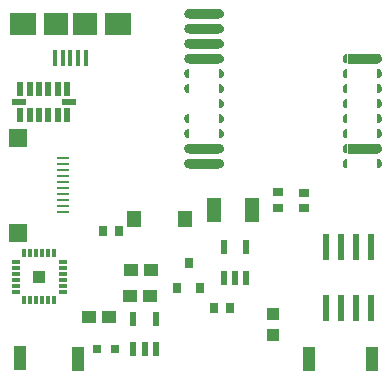
<source format=gtp>
G04 MADE WITH FRITZING*
G04 WWW.FRITZING.ORG*
G04 DOUBLE SIDED*
G04 HOLES PLATED*
G04 CONTOUR ON CENTER OF CONTOUR VECTOR*
%ASAXBY*%
%FSLAX23Y23*%
%MOIN*%
%OFA0B0*%
%SFA1.0B1.0*%
%ADD10R,0.031496X0.035433*%
%ADD11R,0.047244X0.078740*%
%ADD12R,0.050000X0.057874*%
%ADD13R,0.047244X0.043307*%
%ADD14R,0.031496X0.031496*%
%ADD15R,0.021654X0.047244*%
%ADD16R,0.027559X0.035433*%
%ADD17R,0.019685X0.047244*%
%ADD18R,0.047244X0.019685*%
%ADD19R,0.011811X0.031496*%
%ADD20R,0.031496X0.011811*%
%ADD21R,0.039370X0.039370*%
%ADD22R,0.024000X0.087000*%
%ADD23R,0.035433X0.027559*%
%ADD24R,0.039370X0.078740*%
%ADD25R,0.015748X0.055118*%
%ADD26R,0.078740X0.074803*%
%ADD27R,0.086614X0.074803*%
%ADD28R,0.039370X0.009843*%
%ADD29R,0.059055X0.059055*%
%ADD30R,0.100000X0.032000*%
%ADD31R,0.039370X0.043307*%
%ADD32R,0.001000X0.001000*%
%LNPASTEMASK1*%
G90*
G70*
G54D10*
X567Y291D03*
X641Y291D03*
X604Y374D03*
G54D11*
X689Y549D03*
X815Y549D03*
G54D12*
X423Y519D03*
X593Y519D03*
G54D13*
X409Y264D03*
X476Y264D03*
X338Y195D03*
X271Y195D03*
G54D14*
X359Y86D03*
X300Y86D03*
G54D13*
X478Y351D03*
X412Y351D03*
G54D15*
X420Y86D03*
X458Y86D03*
X495Y86D03*
X495Y188D03*
X420Y188D03*
G54D16*
X690Y222D03*
X741Y222D03*
G54D17*
X43Y952D03*
X74Y952D03*
X106Y952D03*
X137Y952D03*
X169Y952D03*
X200Y952D03*
G54D18*
X204Y909D03*
G54D17*
X200Y866D03*
X169Y866D03*
X137Y866D03*
X106Y866D03*
X74Y866D03*
X43Y866D03*
G54D18*
X39Y909D03*
G54D19*
X156Y406D03*
X136Y406D03*
X117Y406D03*
X97Y406D03*
X77Y406D03*
X57Y406D03*
G54D20*
X28Y377D03*
X28Y357D03*
X28Y337D03*
X28Y318D03*
X28Y298D03*
X28Y278D03*
G54D19*
X57Y249D03*
X77Y249D03*
X97Y249D03*
X117Y249D03*
X136Y249D03*
X156Y249D03*
G54D20*
X185Y278D03*
X185Y298D03*
X185Y318D03*
X185Y337D03*
X185Y357D03*
X185Y377D03*
G54D21*
X107Y327D03*
G54D22*
X1061Y222D03*
X1111Y222D03*
X1161Y222D03*
X1211Y222D03*
X1211Y428D03*
X1161Y428D03*
X1111Y428D03*
X1061Y428D03*
G54D16*
X320Y481D03*
X371Y481D03*
G54D23*
X989Y556D03*
X989Y607D03*
G54D24*
X237Y55D03*
X43Y57D03*
X1214Y55D03*
X1005Y53D03*
G54D25*
X210Y1058D03*
X236Y1058D03*
X261Y1058D03*
X185Y1058D03*
X159Y1058D03*
G54D26*
X259Y1170D03*
X161Y1170D03*
G54D27*
X368Y1170D03*
X53Y1170D03*
G54D23*
X901Y558D03*
X901Y609D03*
G54D28*
X187Y722D03*
X187Y702D03*
X187Y682D03*
X187Y662D03*
X187Y643D03*
X187Y623D03*
X187Y603D03*
X187Y584D03*
X187Y564D03*
X187Y544D03*
G54D29*
X36Y790D03*
X36Y475D03*
G54D30*
X1184Y753D03*
X1184Y1053D03*
X656Y1203D03*
X656Y1153D03*
X656Y1103D03*
X656Y1053D03*
X656Y753D03*
X656Y703D03*
G54D15*
X721Y325D03*
X758Y325D03*
X796Y325D03*
X796Y428D03*
X721Y428D03*
G54D31*
X884Y202D03*
X884Y135D03*
G54D32*
X601Y1219D02*
X605Y1219D01*
X706Y1219D02*
X710Y1219D01*
X599Y1218D02*
X605Y1218D01*
X706Y1218D02*
X712Y1218D01*
X597Y1217D02*
X605Y1217D01*
X706Y1217D02*
X714Y1217D01*
X596Y1216D02*
X605Y1216D01*
X706Y1216D02*
X715Y1216D01*
X595Y1215D02*
X605Y1215D01*
X706Y1215D02*
X716Y1215D01*
X594Y1214D02*
X605Y1214D01*
X706Y1214D02*
X717Y1214D01*
X593Y1213D02*
X605Y1213D01*
X706Y1213D02*
X718Y1213D01*
X592Y1212D02*
X605Y1212D01*
X706Y1212D02*
X719Y1212D01*
X592Y1211D02*
X605Y1211D01*
X706Y1211D02*
X719Y1211D01*
X591Y1210D02*
X605Y1210D01*
X706Y1210D02*
X720Y1210D01*
X591Y1209D02*
X605Y1209D01*
X706Y1209D02*
X720Y1209D01*
X591Y1208D02*
X605Y1208D01*
X706Y1208D02*
X720Y1208D01*
X590Y1207D02*
X605Y1207D01*
X706Y1207D02*
X720Y1207D01*
X590Y1206D02*
X605Y1206D01*
X706Y1206D02*
X721Y1206D01*
X590Y1205D02*
X605Y1205D01*
X706Y1205D02*
X721Y1205D01*
X590Y1204D02*
X605Y1204D01*
X706Y1204D02*
X721Y1204D01*
X590Y1203D02*
X605Y1203D01*
X706Y1203D02*
X721Y1203D01*
X590Y1202D02*
X605Y1202D01*
X706Y1202D02*
X721Y1202D01*
X590Y1201D02*
X605Y1201D01*
X706Y1201D02*
X721Y1201D01*
X590Y1200D02*
X605Y1200D01*
X706Y1200D02*
X720Y1200D01*
X591Y1199D02*
X605Y1199D01*
X706Y1199D02*
X720Y1199D01*
X591Y1198D02*
X605Y1198D01*
X706Y1198D02*
X720Y1198D01*
X592Y1197D02*
X605Y1197D01*
X706Y1197D02*
X719Y1197D01*
X592Y1196D02*
X605Y1196D01*
X706Y1196D02*
X719Y1196D01*
X593Y1195D02*
X605Y1195D01*
X706Y1195D02*
X718Y1195D01*
X593Y1194D02*
X605Y1194D01*
X706Y1194D02*
X717Y1194D01*
X594Y1193D02*
X605Y1193D01*
X706Y1193D02*
X717Y1193D01*
X595Y1192D02*
X605Y1192D01*
X706Y1192D02*
X715Y1192D01*
X596Y1191D02*
X605Y1191D01*
X706Y1191D02*
X714Y1191D01*
X598Y1190D02*
X605Y1190D01*
X706Y1190D02*
X713Y1190D01*
X600Y1189D02*
X605Y1189D01*
X706Y1189D02*
X711Y1189D01*
X605Y1188D02*
X605Y1188D01*
X706Y1188D02*
X706Y1188D01*
X601Y1169D02*
X605Y1169D01*
X706Y1169D02*
X710Y1169D01*
X599Y1168D02*
X605Y1168D01*
X706Y1168D02*
X712Y1168D01*
X597Y1167D02*
X605Y1167D01*
X706Y1167D02*
X714Y1167D01*
X596Y1166D02*
X605Y1166D01*
X706Y1166D02*
X715Y1166D01*
X594Y1165D02*
X605Y1165D01*
X706Y1165D02*
X716Y1165D01*
X594Y1164D02*
X605Y1164D01*
X706Y1164D02*
X717Y1164D01*
X593Y1163D02*
X605Y1163D01*
X706Y1163D02*
X718Y1163D01*
X592Y1162D02*
X605Y1162D01*
X706Y1162D02*
X719Y1162D01*
X592Y1161D02*
X605Y1161D01*
X706Y1161D02*
X719Y1161D01*
X591Y1160D02*
X605Y1160D01*
X706Y1160D02*
X720Y1160D01*
X591Y1159D02*
X605Y1159D01*
X706Y1159D02*
X720Y1159D01*
X591Y1158D02*
X605Y1158D01*
X706Y1158D02*
X720Y1158D01*
X590Y1157D02*
X605Y1157D01*
X706Y1157D02*
X720Y1157D01*
X590Y1156D02*
X605Y1156D01*
X706Y1156D02*
X721Y1156D01*
X590Y1155D02*
X605Y1155D01*
X706Y1155D02*
X721Y1155D01*
X590Y1154D02*
X605Y1154D01*
X706Y1154D02*
X721Y1154D01*
X590Y1153D02*
X605Y1153D01*
X706Y1153D02*
X721Y1153D01*
X590Y1152D02*
X605Y1152D01*
X706Y1152D02*
X721Y1152D01*
X590Y1151D02*
X605Y1151D01*
X706Y1151D02*
X721Y1151D01*
X590Y1150D02*
X605Y1150D01*
X706Y1150D02*
X720Y1150D01*
X591Y1149D02*
X605Y1149D01*
X706Y1149D02*
X720Y1149D01*
X591Y1148D02*
X605Y1148D01*
X706Y1148D02*
X720Y1148D01*
X592Y1147D02*
X605Y1147D01*
X706Y1147D02*
X719Y1147D01*
X592Y1146D02*
X605Y1146D01*
X706Y1146D02*
X719Y1146D01*
X593Y1145D02*
X605Y1145D01*
X706Y1145D02*
X718Y1145D01*
X593Y1144D02*
X605Y1144D01*
X706Y1144D02*
X717Y1144D01*
X594Y1143D02*
X605Y1143D01*
X706Y1143D02*
X716Y1143D01*
X595Y1142D02*
X605Y1142D01*
X706Y1142D02*
X715Y1142D01*
X597Y1141D02*
X605Y1141D01*
X706Y1141D02*
X714Y1141D01*
X598Y1140D02*
X605Y1140D01*
X706Y1140D02*
X713Y1140D01*
X600Y1139D02*
X605Y1139D01*
X706Y1139D02*
X711Y1139D01*
X605Y1138D02*
X605Y1138D01*
X706Y1138D02*
X706Y1138D01*
X601Y1119D02*
X605Y1119D01*
X706Y1119D02*
X710Y1119D01*
X598Y1118D02*
X605Y1118D01*
X706Y1118D02*
X712Y1118D01*
X597Y1117D02*
X605Y1117D01*
X706Y1117D02*
X714Y1117D01*
X596Y1116D02*
X605Y1116D01*
X706Y1116D02*
X715Y1116D01*
X594Y1115D02*
X605Y1115D01*
X706Y1115D02*
X716Y1115D01*
X594Y1114D02*
X605Y1114D01*
X706Y1114D02*
X717Y1114D01*
X593Y1113D02*
X605Y1113D01*
X706Y1113D02*
X718Y1113D01*
X592Y1112D02*
X605Y1112D01*
X706Y1112D02*
X719Y1112D01*
X592Y1111D02*
X605Y1111D01*
X706Y1111D02*
X719Y1111D01*
X591Y1110D02*
X605Y1110D01*
X706Y1110D02*
X720Y1110D01*
X591Y1109D02*
X605Y1109D01*
X706Y1109D02*
X720Y1109D01*
X591Y1108D02*
X605Y1108D01*
X706Y1108D02*
X720Y1108D01*
X590Y1107D02*
X605Y1107D01*
X706Y1107D02*
X720Y1107D01*
X590Y1106D02*
X605Y1106D01*
X706Y1106D02*
X721Y1106D01*
X590Y1105D02*
X605Y1105D01*
X706Y1105D02*
X721Y1105D01*
X590Y1104D02*
X605Y1104D01*
X706Y1104D02*
X721Y1104D01*
X590Y1103D02*
X605Y1103D01*
X706Y1103D02*
X721Y1103D01*
X590Y1102D02*
X605Y1102D01*
X706Y1102D02*
X721Y1102D01*
X590Y1101D02*
X605Y1101D01*
X706Y1101D02*
X721Y1101D01*
X590Y1100D02*
X605Y1100D01*
X706Y1100D02*
X720Y1100D01*
X591Y1099D02*
X605Y1099D01*
X706Y1099D02*
X720Y1099D01*
X591Y1098D02*
X605Y1098D01*
X706Y1098D02*
X720Y1098D01*
X592Y1097D02*
X605Y1097D01*
X706Y1097D02*
X719Y1097D01*
X592Y1096D02*
X605Y1096D01*
X706Y1096D02*
X719Y1096D01*
X593Y1095D02*
X605Y1095D01*
X706Y1095D02*
X718Y1095D01*
X593Y1094D02*
X605Y1094D01*
X706Y1094D02*
X717Y1094D01*
X594Y1093D02*
X605Y1093D01*
X706Y1093D02*
X716Y1093D01*
X595Y1092D02*
X605Y1092D01*
X706Y1092D02*
X715Y1092D01*
X597Y1091D02*
X605Y1091D01*
X706Y1091D02*
X714Y1091D01*
X598Y1090D02*
X605Y1090D01*
X706Y1090D02*
X713Y1090D01*
X600Y1089D02*
X605Y1089D01*
X706Y1089D02*
X710Y1089D01*
X706Y1088D02*
X706Y1088D01*
X601Y1069D02*
X605Y1069D01*
X706Y1069D02*
X710Y1069D01*
X1128Y1069D02*
X1133Y1069D01*
X1233Y1069D02*
X1238Y1069D01*
X598Y1068D02*
X605Y1068D01*
X706Y1068D02*
X712Y1068D01*
X1126Y1068D02*
X1133Y1068D01*
X1233Y1068D02*
X1240Y1068D01*
X597Y1067D02*
X605Y1067D01*
X706Y1067D02*
X714Y1067D01*
X1124Y1067D02*
X1133Y1067D01*
X1233Y1067D02*
X1242Y1067D01*
X596Y1066D02*
X605Y1066D01*
X706Y1066D02*
X715Y1066D01*
X1123Y1066D02*
X1133Y1066D01*
X1233Y1066D02*
X1243Y1066D01*
X594Y1065D02*
X605Y1065D01*
X706Y1065D02*
X716Y1065D01*
X1122Y1065D02*
X1133Y1065D01*
X1233Y1065D02*
X1244Y1065D01*
X594Y1064D02*
X605Y1064D01*
X706Y1064D02*
X717Y1064D01*
X1121Y1064D02*
X1133Y1064D01*
X1233Y1064D02*
X1245Y1064D01*
X593Y1063D02*
X605Y1063D01*
X706Y1063D02*
X718Y1063D01*
X1120Y1063D02*
X1133Y1063D01*
X1233Y1063D02*
X1246Y1063D01*
X592Y1062D02*
X605Y1062D01*
X706Y1062D02*
X719Y1062D01*
X1120Y1062D02*
X1133Y1062D01*
X1233Y1062D02*
X1246Y1062D01*
X592Y1061D02*
X605Y1061D01*
X706Y1061D02*
X719Y1061D01*
X1119Y1061D02*
X1133Y1061D01*
X1233Y1061D02*
X1247Y1061D01*
X591Y1060D02*
X605Y1060D01*
X706Y1060D02*
X720Y1060D01*
X1119Y1060D02*
X1133Y1060D01*
X1233Y1060D02*
X1247Y1060D01*
X591Y1059D02*
X605Y1059D01*
X706Y1059D02*
X720Y1059D01*
X1118Y1059D02*
X1133Y1059D01*
X1233Y1059D02*
X1248Y1059D01*
X591Y1058D02*
X605Y1058D01*
X706Y1058D02*
X720Y1058D01*
X1118Y1058D02*
X1133Y1058D01*
X1233Y1058D02*
X1248Y1058D01*
X590Y1057D02*
X605Y1057D01*
X706Y1057D02*
X721Y1057D01*
X1118Y1057D02*
X1133Y1057D01*
X1233Y1057D02*
X1248Y1057D01*
X590Y1056D02*
X605Y1056D01*
X706Y1056D02*
X721Y1056D01*
X1118Y1056D02*
X1133Y1056D01*
X1233Y1056D02*
X1248Y1056D01*
X590Y1055D02*
X605Y1055D01*
X706Y1055D02*
X721Y1055D01*
X1118Y1055D02*
X1133Y1055D01*
X1233Y1055D02*
X1248Y1055D01*
X590Y1054D02*
X605Y1054D01*
X706Y1054D02*
X721Y1054D01*
X1118Y1054D02*
X1133Y1054D01*
X1233Y1054D02*
X1248Y1054D01*
X590Y1053D02*
X605Y1053D01*
X706Y1053D02*
X721Y1053D01*
X1118Y1053D02*
X1133Y1053D01*
X1233Y1053D02*
X1248Y1053D01*
X590Y1052D02*
X605Y1052D01*
X706Y1052D02*
X721Y1052D01*
X1118Y1052D02*
X1133Y1052D01*
X1233Y1052D02*
X1248Y1052D01*
X590Y1051D02*
X605Y1051D01*
X706Y1051D02*
X721Y1051D01*
X1118Y1051D02*
X1133Y1051D01*
X1233Y1051D02*
X1248Y1051D01*
X590Y1050D02*
X605Y1050D01*
X706Y1050D02*
X720Y1050D01*
X1118Y1050D02*
X1133Y1050D01*
X1233Y1050D02*
X1248Y1050D01*
X591Y1049D02*
X605Y1049D01*
X706Y1049D02*
X720Y1049D01*
X1118Y1049D02*
X1133Y1049D01*
X1233Y1049D02*
X1248Y1049D01*
X591Y1048D02*
X605Y1048D01*
X706Y1048D02*
X720Y1048D01*
X1119Y1048D02*
X1133Y1048D01*
X1233Y1048D02*
X1247Y1048D01*
X592Y1047D02*
X605Y1047D01*
X706Y1047D02*
X719Y1047D01*
X1119Y1047D02*
X1133Y1047D01*
X1233Y1047D02*
X1247Y1047D01*
X592Y1046D02*
X605Y1046D01*
X706Y1046D02*
X719Y1046D01*
X1120Y1046D02*
X1133Y1046D01*
X1233Y1046D02*
X1246Y1046D01*
X593Y1045D02*
X605Y1045D01*
X706Y1045D02*
X718Y1045D01*
X1120Y1045D02*
X1133Y1045D01*
X1233Y1045D02*
X1246Y1045D01*
X593Y1044D02*
X605Y1044D01*
X706Y1044D02*
X717Y1044D01*
X1121Y1044D02*
X1133Y1044D01*
X1233Y1044D02*
X1245Y1044D01*
X594Y1043D02*
X605Y1043D01*
X706Y1043D02*
X716Y1043D01*
X1122Y1043D02*
X1133Y1043D01*
X1233Y1043D02*
X1244Y1043D01*
X595Y1042D02*
X605Y1042D01*
X706Y1042D02*
X715Y1042D01*
X1123Y1042D02*
X1133Y1042D01*
X1233Y1042D02*
X1243Y1042D01*
X597Y1041D02*
X605Y1041D01*
X706Y1041D02*
X714Y1041D01*
X1124Y1041D02*
X1133Y1041D01*
X1233Y1041D02*
X1242Y1041D01*
X598Y1040D02*
X605Y1040D01*
X706Y1040D02*
X713Y1040D01*
X1126Y1040D02*
X1133Y1040D01*
X1233Y1040D02*
X1240Y1040D01*
X600Y1039D02*
X605Y1039D01*
X706Y1039D02*
X710Y1039D01*
X1128Y1039D02*
X1133Y1039D01*
X1233Y1039D02*
X1238Y1039D01*
X601Y1019D02*
X605Y1019D01*
X706Y1019D02*
X710Y1019D01*
X1128Y1019D02*
X1133Y1019D01*
X1233Y1019D02*
X1238Y1019D01*
X598Y1018D02*
X605Y1018D01*
X706Y1018D02*
X712Y1018D01*
X1126Y1018D02*
X1133Y1018D01*
X1233Y1018D02*
X1240Y1018D01*
X597Y1017D02*
X605Y1017D01*
X706Y1017D02*
X714Y1017D01*
X1124Y1017D02*
X1133Y1017D01*
X1233Y1017D02*
X1242Y1017D01*
X595Y1016D02*
X605Y1016D01*
X706Y1016D02*
X715Y1016D01*
X1123Y1016D02*
X1133Y1016D01*
X1233Y1016D02*
X1243Y1016D01*
X594Y1015D02*
X605Y1015D01*
X706Y1015D02*
X716Y1015D01*
X1122Y1015D02*
X1133Y1015D01*
X1233Y1015D02*
X1244Y1015D01*
X594Y1014D02*
X605Y1014D01*
X706Y1014D02*
X717Y1014D01*
X1121Y1014D02*
X1133Y1014D01*
X1233Y1014D02*
X1245Y1014D01*
X593Y1013D02*
X605Y1013D01*
X706Y1013D02*
X718Y1013D01*
X1120Y1013D02*
X1133Y1013D01*
X1233Y1013D02*
X1246Y1013D01*
X592Y1012D02*
X605Y1012D01*
X706Y1012D02*
X719Y1012D01*
X1120Y1012D02*
X1133Y1012D01*
X1233Y1012D02*
X1246Y1012D01*
X592Y1011D02*
X605Y1011D01*
X706Y1011D02*
X719Y1011D01*
X1119Y1011D02*
X1133Y1011D01*
X1233Y1011D02*
X1247Y1011D01*
X591Y1010D02*
X605Y1010D01*
X706Y1010D02*
X720Y1010D01*
X1119Y1010D02*
X1133Y1010D01*
X1233Y1010D02*
X1247Y1010D01*
X591Y1009D02*
X605Y1009D01*
X706Y1009D02*
X720Y1009D01*
X1118Y1009D02*
X1133Y1009D01*
X1233Y1009D02*
X1248Y1009D01*
X590Y1008D02*
X605Y1008D01*
X706Y1008D02*
X720Y1008D01*
X1118Y1008D02*
X1133Y1008D01*
X1233Y1008D02*
X1248Y1008D01*
X590Y1007D02*
X605Y1007D01*
X706Y1007D02*
X721Y1007D01*
X1118Y1007D02*
X1133Y1007D01*
X1233Y1007D02*
X1248Y1007D01*
X590Y1006D02*
X605Y1006D01*
X706Y1006D02*
X721Y1006D01*
X1118Y1006D02*
X1133Y1006D01*
X1233Y1006D02*
X1248Y1006D01*
X590Y1005D02*
X605Y1005D01*
X706Y1005D02*
X721Y1005D01*
X1118Y1005D02*
X1133Y1005D01*
X1233Y1005D02*
X1248Y1005D01*
X590Y1004D02*
X605Y1004D01*
X706Y1004D02*
X721Y1004D01*
X1118Y1004D02*
X1133Y1004D01*
X1233Y1004D02*
X1248Y1004D01*
X590Y1003D02*
X605Y1003D01*
X706Y1003D02*
X721Y1003D01*
X1118Y1003D02*
X1133Y1003D01*
X1233Y1003D02*
X1248Y1003D01*
X590Y1002D02*
X605Y1002D01*
X706Y1002D02*
X721Y1002D01*
X1118Y1002D02*
X1133Y1002D01*
X1233Y1002D02*
X1248Y1002D01*
X590Y1001D02*
X605Y1001D01*
X706Y1001D02*
X721Y1001D01*
X1118Y1001D02*
X1133Y1001D01*
X1233Y1001D02*
X1248Y1001D01*
X590Y1000D02*
X605Y1000D01*
X706Y1000D02*
X720Y1000D01*
X1118Y1000D02*
X1133Y1000D01*
X1233Y1000D02*
X1248Y1000D01*
X591Y999D02*
X605Y999D01*
X706Y999D02*
X720Y999D01*
X1118Y999D02*
X1133Y999D01*
X1233Y999D02*
X1248Y999D01*
X591Y998D02*
X605Y998D01*
X706Y998D02*
X720Y998D01*
X1119Y998D02*
X1133Y998D01*
X1233Y998D02*
X1247Y998D01*
X592Y997D02*
X605Y997D01*
X706Y997D02*
X719Y997D01*
X1119Y997D02*
X1133Y997D01*
X1233Y997D02*
X1247Y997D01*
X592Y996D02*
X605Y996D01*
X706Y996D02*
X719Y996D01*
X1120Y996D02*
X1133Y996D01*
X1233Y996D02*
X1246Y996D01*
X593Y995D02*
X605Y995D01*
X706Y995D02*
X718Y995D01*
X1120Y995D02*
X1133Y995D01*
X1233Y995D02*
X1246Y995D01*
X594Y994D02*
X605Y994D01*
X706Y994D02*
X717Y994D01*
X1121Y994D02*
X1133Y994D01*
X1233Y994D02*
X1245Y994D01*
X594Y993D02*
X605Y993D01*
X706Y993D02*
X716Y993D01*
X1122Y993D02*
X1133Y993D01*
X1233Y993D02*
X1244Y993D01*
X595Y992D02*
X605Y992D01*
X706Y992D02*
X715Y992D01*
X1123Y992D02*
X1133Y992D01*
X1233Y992D02*
X1243Y992D01*
X597Y991D02*
X605Y991D01*
X706Y991D02*
X714Y991D01*
X1124Y991D02*
X1133Y991D01*
X1233Y991D02*
X1242Y991D01*
X598Y990D02*
X605Y990D01*
X706Y990D02*
X712Y990D01*
X1126Y990D02*
X1133Y990D01*
X1233Y990D02*
X1240Y990D01*
X600Y989D02*
X605Y989D01*
X706Y989D02*
X710Y989D01*
X1128Y989D02*
X1133Y989D01*
X1233Y989D02*
X1238Y989D01*
X600Y969D02*
X605Y969D01*
X706Y969D02*
X710Y969D01*
X1128Y969D02*
X1133Y969D01*
X1233Y969D02*
X1238Y969D01*
X598Y968D02*
X605Y968D01*
X706Y968D02*
X712Y968D01*
X1126Y968D02*
X1133Y968D01*
X1233Y968D02*
X1240Y968D01*
X597Y967D02*
X605Y967D01*
X706Y967D02*
X714Y967D01*
X1124Y967D02*
X1133Y967D01*
X1233Y967D02*
X1242Y967D01*
X595Y966D02*
X605Y966D01*
X706Y966D02*
X715Y966D01*
X1123Y966D02*
X1133Y966D01*
X1233Y966D02*
X1243Y966D01*
X594Y965D02*
X605Y965D01*
X706Y965D02*
X716Y965D01*
X1122Y965D02*
X1133Y965D01*
X1233Y965D02*
X1244Y965D01*
X594Y964D02*
X605Y964D01*
X706Y964D02*
X717Y964D01*
X1121Y964D02*
X1133Y964D01*
X1233Y964D02*
X1245Y964D01*
X593Y963D02*
X605Y963D01*
X706Y963D02*
X718Y963D01*
X1120Y963D02*
X1133Y963D01*
X1233Y963D02*
X1246Y963D01*
X592Y962D02*
X605Y962D01*
X706Y962D02*
X719Y962D01*
X1120Y962D02*
X1133Y962D01*
X1233Y962D02*
X1246Y962D01*
X592Y961D02*
X605Y961D01*
X706Y961D02*
X719Y961D01*
X1119Y961D02*
X1133Y961D01*
X1233Y961D02*
X1247Y961D01*
X591Y960D02*
X605Y960D01*
X706Y960D02*
X720Y960D01*
X1119Y960D02*
X1133Y960D01*
X1233Y960D02*
X1247Y960D01*
X591Y959D02*
X605Y959D01*
X706Y959D02*
X720Y959D01*
X1118Y959D02*
X1133Y959D01*
X1233Y959D02*
X1248Y959D01*
X590Y958D02*
X605Y958D01*
X706Y958D02*
X720Y958D01*
X1118Y958D02*
X1133Y958D01*
X1233Y958D02*
X1248Y958D01*
X590Y957D02*
X605Y957D01*
X706Y957D02*
X721Y957D01*
X1118Y957D02*
X1133Y957D01*
X1233Y957D02*
X1248Y957D01*
X590Y956D02*
X605Y956D01*
X706Y956D02*
X721Y956D01*
X1118Y956D02*
X1133Y956D01*
X1233Y956D02*
X1248Y956D01*
X590Y955D02*
X605Y955D01*
X706Y955D02*
X721Y955D01*
X1118Y955D02*
X1133Y955D01*
X1233Y955D02*
X1248Y955D01*
X590Y954D02*
X605Y954D01*
X706Y954D02*
X721Y954D01*
X1118Y954D02*
X1133Y954D01*
X1233Y954D02*
X1248Y954D01*
X590Y953D02*
X605Y953D01*
X706Y953D02*
X721Y953D01*
X1118Y953D02*
X1133Y953D01*
X1233Y953D02*
X1248Y953D01*
X590Y952D02*
X605Y952D01*
X706Y952D02*
X721Y952D01*
X1118Y952D02*
X1133Y952D01*
X1233Y952D02*
X1248Y952D01*
X590Y951D02*
X605Y951D01*
X706Y951D02*
X721Y951D01*
X1118Y951D02*
X1133Y951D01*
X1233Y951D02*
X1248Y951D01*
X590Y950D02*
X605Y950D01*
X706Y950D02*
X720Y950D01*
X1118Y950D02*
X1133Y950D01*
X1233Y950D02*
X1248Y950D01*
X591Y949D02*
X605Y949D01*
X706Y949D02*
X720Y949D01*
X1118Y949D02*
X1133Y949D01*
X1233Y949D02*
X1248Y949D01*
X591Y948D02*
X605Y948D01*
X706Y948D02*
X720Y948D01*
X1119Y948D02*
X1133Y948D01*
X1233Y948D02*
X1247Y948D01*
X592Y947D02*
X605Y947D01*
X706Y947D02*
X719Y947D01*
X1119Y947D02*
X1133Y947D01*
X1233Y947D02*
X1247Y947D01*
X592Y946D02*
X605Y946D01*
X706Y946D02*
X719Y946D01*
X1120Y946D02*
X1133Y946D01*
X1233Y946D02*
X1246Y946D01*
X593Y945D02*
X605Y945D01*
X706Y945D02*
X718Y945D01*
X1120Y945D02*
X1133Y945D01*
X1233Y945D02*
X1246Y945D01*
X594Y944D02*
X605Y944D01*
X706Y944D02*
X717Y944D01*
X1121Y944D02*
X1133Y944D01*
X1233Y944D02*
X1245Y944D01*
X594Y943D02*
X605Y943D01*
X706Y943D02*
X716Y943D01*
X1122Y943D02*
X1133Y943D01*
X1233Y943D02*
X1244Y943D01*
X595Y942D02*
X605Y942D01*
X706Y942D02*
X715Y942D01*
X1123Y942D02*
X1133Y942D01*
X1233Y942D02*
X1243Y942D01*
X597Y941D02*
X605Y941D01*
X706Y941D02*
X714Y941D01*
X1124Y941D02*
X1133Y941D01*
X1233Y941D02*
X1242Y941D01*
X598Y940D02*
X605Y940D01*
X706Y940D02*
X712Y940D01*
X1126Y940D02*
X1133Y940D01*
X1233Y940D02*
X1240Y940D01*
X601Y939D02*
X605Y939D01*
X706Y939D02*
X710Y939D01*
X1128Y939D02*
X1133Y939D01*
X1233Y939D02*
X1238Y939D01*
X706Y919D02*
X710Y919D01*
X1128Y919D02*
X1133Y919D01*
X1233Y919D02*
X1238Y919D01*
X706Y918D02*
X713Y918D01*
X1126Y918D02*
X1133Y918D01*
X1233Y918D02*
X1240Y918D01*
X706Y917D02*
X714Y917D01*
X1124Y917D02*
X1133Y917D01*
X1233Y917D02*
X1242Y917D01*
X706Y916D02*
X715Y916D01*
X1123Y916D02*
X1133Y916D01*
X1233Y916D02*
X1243Y916D01*
X706Y915D02*
X716Y915D01*
X1122Y915D02*
X1133Y915D01*
X1233Y915D02*
X1244Y915D01*
X706Y914D02*
X717Y914D01*
X1121Y914D02*
X1133Y914D01*
X1233Y914D02*
X1245Y914D01*
X706Y913D02*
X718Y913D01*
X1120Y913D02*
X1133Y913D01*
X1233Y913D02*
X1246Y913D01*
X706Y912D02*
X719Y912D01*
X1120Y912D02*
X1133Y912D01*
X1233Y912D02*
X1246Y912D01*
X706Y911D02*
X719Y911D01*
X1119Y911D02*
X1133Y911D01*
X1233Y911D02*
X1247Y911D01*
X706Y910D02*
X720Y910D01*
X1119Y910D02*
X1133Y910D01*
X1233Y910D02*
X1247Y910D01*
X706Y909D02*
X720Y909D01*
X1118Y909D02*
X1133Y909D01*
X1233Y909D02*
X1248Y909D01*
X706Y908D02*
X720Y908D01*
X1118Y908D02*
X1133Y908D01*
X1233Y908D02*
X1248Y908D01*
X706Y907D02*
X721Y907D01*
X1118Y907D02*
X1133Y907D01*
X1233Y907D02*
X1248Y907D01*
X706Y906D02*
X721Y906D01*
X1118Y906D02*
X1133Y906D01*
X1233Y906D02*
X1248Y906D01*
X706Y905D02*
X721Y905D01*
X1118Y905D02*
X1133Y905D01*
X1233Y905D02*
X1248Y905D01*
X706Y904D02*
X721Y904D01*
X1118Y904D02*
X1133Y904D01*
X1233Y904D02*
X1248Y904D01*
X706Y903D02*
X721Y903D01*
X1118Y903D02*
X1133Y903D01*
X1233Y903D02*
X1248Y903D01*
X706Y902D02*
X721Y902D01*
X1118Y902D02*
X1133Y902D01*
X1233Y902D02*
X1248Y902D01*
X706Y901D02*
X721Y901D01*
X1118Y901D02*
X1133Y901D01*
X1233Y901D02*
X1248Y901D01*
X706Y900D02*
X720Y900D01*
X1118Y900D02*
X1133Y900D01*
X1233Y900D02*
X1248Y900D01*
X706Y899D02*
X720Y899D01*
X1118Y899D02*
X1133Y899D01*
X1233Y899D02*
X1248Y899D01*
X706Y898D02*
X720Y898D01*
X1119Y898D02*
X1133Y898D01*
X1233Y898D02*
X1247Y898D01*
X706Y897D02*
X719Y897D01*
X1119Y897D02*
X1133Y897D01*
X1233Y897D02*
X1247Y897D01*
X706Y896D02*
X719Y896D01*
X1120Y896D02*
X1133Y896D01*
X1233Y896D02*
X1246Y896D01*
X706Y895D02*
X718Y895D01*
X1120Y895D02*
X1133Y895D01*
X1233Y895D02*
X1246Y895D01*
X706Y894D02*
X717Y894D01*
X1121Y894D02*
X1133Y894D01*
X1233Y894D02*
X1245Y894D01*
X706Y893D02*
X716Y893D01*
X1122Y893D02*
X1133Y893D01*
X1233Y893D02*
X1244Y893D01*
X706Y892D02*
X715Y892D01*
X1123Y892D02*
X1133Y892D01*
X1233Y892D02*
X1243Y892D01*
X706Y891D02*
X714Y891D01*
X1124Y891D02*
X1133Y891D01*
X1233Y891D02*
X1242Y891D01*
X706Y890D02*
X712Y890D01*
X1126Y890D02*
X1133Y890D01*
X1233Y890D02*
X1240Y890D01*
X706Y889D02*
X710Y889D01*
X1128Y889D02*
X1133Y889D01*
X1233Y889D02*
X1238Y889D01*
X706Y870D02*
X706Y870D01*
X600Y869D02*
X605Y869D01*
X706Y869D02*
X710Y869D01*
X1128Y869D02*
X1133Y869D01*
X1233Y869D02*
X1238Y869D01*
X598Y868D02*
X605Y868D01*
X706Y868D02*
X713Y868D01*
X1126Y868D02*
X1133Y868D01*
X1233Y868D02*
X1240Y868D01*
X597Y867D02*
X605Y867D01*
X706Y867D02*
X714Y867D01*
X1124Y867D02*
X1133Y867D01*
X1233Y867D02*
X1242Y867D01*
X595Y866D02*
X605Y866D01*
X706Y866D02*
X715Y866D01*
X1123Y866D02*
X1133Y866D01*
X1233Y866D02*
X1243Y866D01*
X594Y865D02*
X605Y865D01*
X706Y865D02*
X716Y865D01*
X1122Y865D02*
X1133Y865D01*
X1233Y865D02*
X1244Y865D01*
X593Y864D02*
X605Y864D01*
X706Y864D02*
X717Y864D01*
X1121Y864D02*
X1133Y864D01*
X1233Y864D02*
X1245Y864D01*
X593Y863D02*
X605Y863D01*
X706Y863D02*
X718Y863D01*
X1120Y863D02*
X1133Y863D01*
X1233Y863D02*
X1246Y863D01*
X592Y862D02*
X605Y862D01*
X706Y862D02*
X719Y862D01*
X1120Y862D02*
X1133Y862D01*
X1233Y862D02*
X1246Y862D01*
X592Y861D02*
X605Y861D01*
X706Y861D02*
X719Y861D01*
X1119Y861D02*
X1133Y861D01*
X1233Y861D02*
X1247Y861D01*
X591Y860D02*
X605Y860D01*
X706Y860D02*
X720Y860D01*
X1119Y860D02*
X1133Y860D01*
X1233Y860D02*
X1247Y860D01*
X591Y859D02*
X605Y859D01*
X706Y859D02*
X720Y859D01*
X1118Y859D02*
X1133Y859D01*
X1233Y859D02*
X1248Y859D01*
X590Y858D02*
X605Y858D01*
X706Y858D02*
X720Y858D01*
X1118Y858D02*
X1133Y858D01*
X1233Y858D02*
X1248Y858D01*
X590Y857D02*
X605Y857D01*
X706Y857D02*
X721Y857D01*
X1118Y857D02*
X1133Y857D01*
X1233Y857D02*
X1248Y857D01*
X590Y856D02*
X605Y856D01*
X706Y856D02*
X721Y856D01*
X1118Y856D02*
X1133Y856D01*
X1233Y856D02*
X1248Y856D01*
X590Y855D02*
X605Y855D01*
X706Y855D02*
X721Y855D01*
X1118Y855D02*
X1133Y855D01*
X1233Y855D02*
X1248Y855D01*
X590Y854D02*
X605Y854D01*
X706Y854D02*
X721Y854D01*
X1118Y854D02*
X1133Y854D01*
X1233Y854D02*
X1248Y854D01*
X590Y853D02*
X605Y853D01*
X706Y853D02*
X721Y853D01*
X1118Y853D02*
X1133Y853D01*
X1233Y853D02*
X1248Y853D01*
X590Y852D02*
X605Y852D01*
X706Y852D02*
X721Y852D01*
X1118Y852D02*
X1133Y852D01*
X1233Y852D02*
X1248Y852D01*
X590Y851D02*
X605Y851D01*
X706Y851D02*
X720Y851D01*
X1118Y851D02*
X1133Y851D01*
X1233Y851D02*
X1248Y851D01*
X591Y850D02*
X605Y850D01*
X706Y850D02*
X720Y850D01*
X1118Y850D02*
X1133Y850D01*
X1233Y850D02*
X1248Y850D01*
X591Y849D02*
X605Y849D01*
X706Y849D02*
X720Y849D01*
X1118Y849D02*
X1133Y849D01*
X1233Y849D02*
X1248Y849D01*
X591Y848D02*
X605Y848D01*
X706Y848D02*
X720Y848D01*
X1119Y848D02*
X1133Y848D01*
X1233Y848D02*
X1247Y848D01*
X592Y847D02*
X605Y847D01*
X706Y847D02*
X719Y847D01*
X1119Y847D02*
X1133Y847D01*
X1233Y847D02*
X1247Y847D01*
X592Y846D02*
X605Y846D01*
X706Y846D02*
X719Y846D01*
X1120Y846D02*
X1133Y846D01*
X1233Y846D02*
X1246Y846D01*
X593Y845D02*
X605Y845D01*
X706Y845D02*
X718Y845D01*
X1120Y845D02*
X1133Y845D01*
X1233Y845D02*
X1246Y845D01*
X594Y844D02*
X605Y844D01*
X706Y844D02*
X717Y844D01*
X1121Y844D02*
X1133Y844D01*
X1233Y844D02*
X1245Y844D01*
X594Y843D02*
X605Y843D01*
X706Y843D02*
X716Y843D01*
X1122Y843D02*
X1133Y843D01*
X1233Y843D02*
X1244Y843D01*
X596Y842D02*
X605Y842D01*
X706Y842D02*
X715Y842D01*
X1123Y842D02*
X1133Y842D01*
X1233Y842D02*
X1243Y842D01*
X597Y841D02*
X605Y841D01*
X706Y841D02*
X714Y841D01*
X1124Y841D02*
X1133Y841D01*
X1233Y841D02*
X1242Y841D01*
X598Y840D02*
X605Y840D01*
X706Y840D02*
X712Y840D01*
X1126Y840D02*
X1133Y840D01*
X1233Y840D02*
X1240Y840D01*
X601Y839D02*
X605Y839D01*
X706Y839D02*
X710Y839D01*
X1128Y839D02*
X1133Y839D01*
X1233Y839D02*
X1238Y839D01*
X605Y820D02*
X605Y820D01*
X706Y820D02*
X706Y820D01*
X1132Y820D02*
X1132Y820D01*
X1234Y820D02*
X1234Y820D01*
X600Y819D02*
X605Y819D01*
X706Y819D02*
X711Y819D01*
X1128Y819D02*
X1133Y819D01*
X1233Y819D02*
X1238Y819D01*
X598Y818D02*
X605Y818D01*
X706Y818D02*
X713Y818D01*
X1126Y818D02*
X1133Y818D01*
X1233Y818D02*
X1240Y818D01*
X597Y817D02*
X605Y817D01*
X706Y817D02*
X714Y817D01*
X1124Y817D02*
X1133Y817D01*
X1233Y817D02*
X1242Y817D01*
X595Y816D02*
X605Y816D01*
X706Y816D02*
X715Y816D01*
X1123Y816D02*
X1133Y816D01*
X1233Y816D02*
X1243Y816D01*
X594Y815D02*
X605Y815D01*
X706Y815D02*
X716Y815D01*
X1122Y815D02*
X1133Y815D01*
X1233Y815D02*
X1244Y815D01*
X593Y814D02*
X605Y814D01*
X706Y814D02*
X717Y814D01*
X1121Y814D02*
X1133Y814D01*
X1233Y814D02*
X1245Y814D01*
X593Y813D02*
X605Y813D01*
X706Y813D02*
X718Y813D01*
X1120Y813D02*
X1133Y813D01*
X1233Y813D02*
X1246Y813D01*
X592Y812D02*
X605Y812D01*
X706Y812D02*
X719Y812D01*
X1120Y812D02*
X1133Y812D01*
X1233Y812D02*
X1246Y812D01*
X592Y811D02*
X605Y811D01*
X706Y811D02*
X719Y811D01*
X1119Y811D02*
X1133Y811D01*
X1233Y811D02*
X1247Y811D01*
X591Y810D02*
X605Y810D01*
X706Y810D02*
X720Y810D01*
X1119Y810D02*
X1133Y810D01*
X1233Y810D02*
X1247Y810D01*
X591Y809D02*
X605Y809D01*
X706Y809D02*
X720Y809D01*
X1118Y809D02*
X1133Y809D01*
X1233Y809D02*
X1248Y809D01*
X590Y808D02*
X605Y808D01*
X706Y808D02*
X720Y808D01*
X1118Y808D02*
X1133Y808D01*
X1233Y808D02*
X1248Y808D01*
X590Y807D02*
X605Y807D01*
X706Y807D02*
X721Y807D01*
X1118Y807D02*
X1133Y807D01*
X1233Y807D02*
X1248Y807D01*
X590Y806D02*
X605Y806D01*
X706Y806D02*
X721Y806D01*
X1118Y806D02*
X1133Y806D01*
X1233Y806D02*
X1248Y806D01*
X590Y805D02*
X605Y805D01*
X706Y805D02*
X721Y805D01*
X1118Y805D02*
X1133Y805D01*
X1233Y805D02*
X1248Y805D01*
X590Y804D02*
X605Y804D01*
X706Y804D02*
X721Y804D01*
X1118Y804D02*
X1133Y804D01*
X1233Y804D02*
X1248Y804D01*
X590Y803D02*
X605Y803D01*
X706Y803D02*
X721Y803D01*
X1118Y803D02*
X1133Y803D01*
X1233Y803D02*
X1248Y803D01*
X590Y802D02*
X605Y802D01*
X706Y802D02*
X721Y802D01*
X1118Y802D02*
X1133Y802D01*
X1233Y802D02*
X1248Y802D01*
X590Y801D02*
X605Y801D01*
X706Y801D02*
X720Y801D01*
X1118Y801D02*
X1133Y801D01*
X1233Y801D02*
X1248Y801D01*
X591Y800D02*
X605Y800D01*
X706Y800D02*
X720Y800D01*
X1118Y800D02*
X1133Y800D01*
X1233Y800D02*
X1248Y800D01*
X591Y799D02*
X605Y799D01*
X706Y799D02*
X720Y799D01*
X1118Y799D02*
X1133Y799D01*
X1233Y799D02*
X1248Y799D01*
X591Y798D02*
X605Y798D01*
X706Y798D02*
X720Y798D01*
X1119Y798D02*
X1133Y798D01*
X1233Y798D02*
X1247Y798D01*
X592Y797D02*
X605Y797D01*
X706Y797D02*
X719Y797D01*
X1119Y797D02*
X1133Y797D01*
X1233Y797D02*
X1247Y797D01*
X592Y796D02*
X605Y796D01*
X706Y796D02*
X719Y796D01*
X1120Y796D02*
X1133Y796D01*
X1233Y796D02*
X1246Y796D01*
X593Y795D02*
X605Y795D01*
X706Y795D02*
X718Y795D01*
X1120Y795D02*
X1133Y795D01*
X1233Y795D02*
X1246Y795D01*
X594Y794D02*
X605Y794D01*
X706Y794D02*
X717Y794D01*
X1121Y794D02*
X1133Y794D01*
X1233Y794D02*
X1245Y794D01*
X594Y793D02*
X605Y793D01*
X706Y793D02*
X716Y793D01*
X1122Y793D02*
X1133Y793D01*
X1233Y793D02*
X1244Y793D01*
X596Y792D02*
X605Y792D01*
X706Y792D02*
X715Y792D01*
X1123Y792D02*
X1133Y792D01*
X1233Y792D02*
X1243Y792D01*
X597Y791D02*
X605Y791D01*
X706Y791D02*
X714Y791D01*
X1124Y791D02*
X1133Y791D01*
X1233Y791D02*
X1242Y791D01*
X599Y790D02*
X605Y790D01*
X706Y790D02*
X712Y790D01*
X1126Y790D02*
X1133Y790D01*
X1233Y790D02*
X1240Y790D01*
X601Y789D02*
X605Y789D01*
X706Y789D02*
X710Y789D01*
X1129Y789D02*
X1133Y789D01*
X1233Y789D02*
X1237Y789D01*
X604Y770D02*
X605Y770D01*
X706Y770D02*
X706Y770D01*
X1132Y770D02*
X1132Y770D01*
X1234Y770D02*
X1234Y770D01*
X600Y769D02*
X605Y769D01*
X706Y769D02*
X711Y769D01*
X1128Y769D02*
X1133Y769D01*
X1233Y769D02*
X1238Y769D01*
X598Y768D02*
X605Y768D01*
X706Y768D02*
X713Y768D01*
X1126Y768D02*
X1133Y768D01*
X1233Y768D02*
X1240Y768D01*
X596Y767D02*
X605Y767D01*
X706Y767D02*
X714Y767D01*
X1124Y767D02*
X1133Y767D01*
X1233Y767D02*
X1242Y767D01*
X595Y766D02*
X605Y766D01*
X706Y766D02*
X715Y766D01*
X1123Y766D02*
X1133Y766D01*
X1233Y766D02*
X1243Y766D01*
X594Y765D02*
X605Y765D01*
X706Y765D02*
X717Y765D01*
X1122Y765D02*
X1133Y765D01*
X1233Y765D02*
X1244Y765D01*
X593Y764D02*
X605Y764D01*
X706Y764D02*
X717Y764D01*
X1121Y764D02*
X1133Y764D01*
X1233Y764D02*
X1245Y764D01*
X593Y763D02*
X605Y763D01*
X706Y763D02*
X718Y763D01*
X1120Y763D02*
X1133Y763D01*
X1233Y763D02*
X1246Y763D01*
X592Y762D02*
X605Y762D01*
X706Y762D02*
X719Y762D01*
X1120Y762D02*
X1133Y762D01*
X1233Y762D02*
X1246Y762D01*
X592Y761D02*
X605Y761D01*
X706Y761D02*
X719Y761D01*
X1119Y761D02*
X1133Y761D01*
X1233Y761D02*
X1247Y761D01*
X591Y760D02*
X605Y760D01*
X706Y760D02*
X720Y760D01*
X1119Y760D02*
X1133Y760D01*
X1233Y760D02*
X1247Y760D01*
X591Y759D02*
X605Y759D01*
X706Y759D02*
X720Y759D01*
X1118Y759D02*
X1133Y759D01*
X1233Y759D02*
X1248Y759D01*
X590Y758D02*
X605Y758D01*
X706Y758D02*
X720Y758D01*
X1118Y758D02*
X1133Y758D01*
X1233Y758D02*
X1248Y758D01*
X590Y757D02*
X605Y757D01*
X706Y757D02*
X721Y757D01*
X1118Y757D02*
X1133Y757D01*
X1233Y757D02*
X1248Y757D01*
X590Y756D02*
X605Y756D01*
X706Y756D02*
X721Y756D01*
X1118Y756D02*
X1133Y756D01*
X1233Y756D02*
X1248Y756D01*
X590Y755D02*
X605Y755D01*
X706Y755D02*
X721Y755D01*
X1118Y755D02*
X1133Y755D01*
X1233Y755D02*
X1248Y755D01*
X590Y754D02*
X605Y754D01*
X706Y754D02*
X721Y754D01*
X1118Y754D02*
X1133Y754D01*
X1233Y754D02*
X1248Y754D01*
X590Y753D02*
X605Y753D01*
X706Y753D02*
X721Y753D01*
X1118Y753D02*
X1133Y753D01*
X1233Y753D02*
X1248Y753D01*
X590Y752D02*
X605Y752D01*
X706Y752D02*
X721Y752D01*
X1118Y752D02*
X1133Y752D01*
X1233Y752D02*
X1248Y752D01*
X590Y751D02*
X605Y751D01*
X706Y751D02*
X720Y751D01*
X1118Y751D02*
X1133Y751D01*
X1233Y751D02*
X1248Y751D01*
X591Y750D02*
X605Y750D01*
X706Y750D02*
X720Y750D01*
X1118Y750D02*
X1133Y750D01*
X1233Y750D02*
X1248Y750D01*
X591Y749D02*
X605Y749D01*
X706Y749D02*
X720Y749D01*
X1118Y749D02*
X1133Y749D01*
X1233Y749D02*
X1248Y749D01*
X591Y748D02*
X605Y748D01*
X706Y748D02*
X720Y748D01*
X1119Y748D02*
X1133Y748D01*
X1233Y748D02*
X1247Y748D01*
X592Y747D02*
X605Y747D01*
X706Y747D02*
X719Y747D01*
X1119Y747D02*
X1133Y747D01*
X1233Y747D02*
X1247Y747D01*
X592Y746D02*
X605Y746D01*
X706Y746D02*
X719Y746D01*
X1120Y746D02*
X1133Y746D01*
X1233Y746D02*
X1246Y746D01*
X593Y745D02*
X605Y745D01*
X706Y745D02*
X718Y745D01*
X1120Y745D02*
X1133Y745D01*
X1233Y745D02*
X1246Y745D01*
X594Y744D02*
X605Y744D01*
X706Y744D02*
X717Y744D01*
X1121Y744D02*
X1133Y744D01*
X1233Y744D02*
X1245Y744D01*
X595Y743D02*
X605Y743D01*
X706Y743D02*
X716Y743D01*
X1122Y743D02*
X1133Y743D01*
X1233Y743D02*
X1244Y743D01*
X596Y742D02*
X605Y742D01*
X706Y742D02*
X715Y742D01*
X1123Y742D02*
X1133Y742D01*
X1233Y742D02*
X1243Y742D01*
X597Y741D02*
X605Y741D01*
X706Y741D02*
X714Y741D01*
X1125Y741D02*
X1133Y741D01*
X1233Y741D02*
X1242Y741D01*
X599Y740D02*
X605Y740D01*
X706Y740D02*
X712Y740D01*
X1126Y740D02*
X1133Y740D01*
X1233Y740D02*
X1240Y740D01*
X601Y739D02*
X605Y739D01*
X706Y739D02*
X710Y739D01*
X1129Y739D02*
X1133Y739D01*
X1233Y739D02*
X1237Y739D01*
X604Y720D02*
X605Y720D01*
X706Y720D02*
X707Y720D01*
X1132Y720D02*
X1132Y720D01*
X1234Y720D02*
X1234Y720D01*
X600Y719D02*
X605Y719D01*
X706Y719D02*
X711Y719D01*
X1128Y719D02*
X1133Y719D01*
X1233Y719D02*
X1238Y719D01*
X598Y718D02*
X605Y718D01*
X706Y718D02*
X713Y718D01*
X1126Y718D02*
X1133Y718D01*
X1233Y718D02*
X1240Y718D01*
X596Y717D02*
X605Y717D01*
X706Y717D02*
X714Y717D01*
X1124Y717D02*
X1133Y717D01*
X1233Y717D02*
X1242Y717D01*
X595Y716D02*
X605Y716D01*
X706Y716D02*
X716Y716D01*
X1123Y716D02*
X1133Y716D01*
X1233Y716D02*
X1243Y716D01*
X594Y715D02*
X605Y715D01*
X706Y715D02*
X717Y715D01*
X1122Y715D02*
X1133Y715D01*
X1233Y715D02*
X1244Y715D01*
X593Y714D02*
X605Y714D01*
X706Y714D02*
X717Y714D01*
X1121Y714D02*
X1133Y714D01*
X1233Y714D02*
X1245Y714D01*
X593Y713D02*
X605Y713D01*
X706Y713D02*
X718Y713D01*
X1120Y713D02*
X1133Y713D01*
X1233Y713D02*
X1246Y713D01*
X592Y712D02*
X605Y712D01*
X706Y712D02*
X719Y712D01*
X1120Y712D02*
X1133Y712D01*
X1233Y712D02*
X1246Y712D01*
X591Y711D02*
X605Y711D01*
X706Y711D02*
X719Y711D01*
X1119Y711D02*
X1133Y711D01*
X1233Y711D02*
X1247Y711D01*
X591Y710D02*
X605Y710D01*
X706Y710D02*
X720Y710D01*
X1119Y710D02*
X1133Y710D01*
X1233Y710D02*
X1247Y710D01*
X591Y709D02*
X605Y709D01*
X706Y709D02*
X720Y709D01*
X1118Y709D02*
X1133Y709D01*
X1233Y709D02*
X1248Y709D01*
X590Y708D02*
X605Y708D01*
X706Y708D02*
X720Y708D01*
X1118Y708D02*
X1133Y708D01*
X1233Y708D02*
X1248Y708D01*
X590Y707D02*
X605Y707D01*
X706Y707D02*
X721Y707D01*
X1118Y707D02*
X1133Y707D01*
X1233Y707D02*
X1248Y707D01*
X590Y706D02*
X605Y706D01*
X706Y706D02*
X721Y706D01*
X1118Y706D02*
X1133Y706D01*
X1233Y706D02*
X1248Y706D01*
X590Y705D02*
X605Y705D01*
X706Y705D02*
X721Y705D01*
X1118Y705D02*
X1133Y705D01*
X1233Y705D02*
X1248Y705D01*
X590Y704D02*
X605Y704D01*
X706Y704D02*
X721Y704D01*
X1118Y704D02*
X1133Y704D01*
X1233Y704D02*
X1248Y704D01*
X590Y703D02*
X605Y703D01*
X706Y703D02*
X721Y703D01*
X1118Y703D02*
X1133Y703D01*
X1233Y703D02*
X1248Y703D01*
X590Y702D02*
X605Y702D01*
X706Y702D02*
X721Y702D01*
X1118Y702D02*
X1133Y702D01*
X1233Y702D02*
X1248Y702D01*
X590Y701D02*
X605Y701D01*
X706Y701D02*
X720Y701D01*
X1118Y701D02*
X1133Y701D01*
X1233Y701D02*
X1248Y701D01*
X591Y700D02*
X605Y700D01*
X706Y700D02*
X720Y700D01*
X1118Y700D02*
X1133Y700D01*
X1233Y700D02*
X1248Y700D01*
X591Y699D02*
X605Y699D01*
X706Y699D02*
X720Y699D01*
X1118Y699D02*
X1133Y699D01*
X1233Y699D02*
X1248Y699D01*
X591Y698D02*
X605Y698D01*
X706Y698D02*
X720Y698D01*
X1119Y698D02*
X1133Y698D01*
X1233Y698D02*
X1247Y698D01*
X592Y697D02*
X605Y697D01*
X706Y697D02*
X719Y697D01*
X1119Y697D02*
X1133Y697D01*
X1233Y697D02*
X1247Y697D01*
X592Y696D02*
X605Y696D01*
X706Y696D02*
X719Y696D01*
X1120Y696D02*
X1133Y696D01*
X1233Y696D02*
X1246Y696D01*
X593Y695D02*
X605Y695D01*
X706Y695D02*
X718Y695D01*
X1120Y695D02*
X1133Y695D01*
X1233Y695D02*
X1246Y695D01*
X594Y694D02*
X605Y694D01*
X706Y694D02*
X717Y694D01*
X1121Y694D02*
X1133Y694D01*
X1233Y694D02*
X1245Y694D01*
X595Y693D02*
X605Y693D01*
X706Y693D02*
X716Y693D01*
X1122Y693D02*
X1133Y693D01*
X1233Y693D02*
X1244Y693D01*
X596Y692D02*
X605Y692D01*
X706Y692D02*
X715Y692D01*
X1123Y692D02*
X1133Y692D01*
X1233Y692D02*
X1243Y692D01*
X597Y691D02*
X605Y691D01*
X706Y691D02*
X714Y691D01*
X1125Y691D02*
X1133Y691D01*
X1233Y691D02*
X1241Y691D01*
X599Y690D02*
X605Y690D01*
X706Y690D02*
X712Y690D01*
X1126Y690D02*
X1133Y690D01*
X1233Y690D02*
X1240Y690D01*
X601Y689D02*
X605Y689D01*
X706Y689D02*
X710Y689D01*
X1129Y689D02*
X1133Y689D01*
X1233Y689D02*
X1237Y689D01*
D02*
G04 End of PasteMask1*
M02*
</source>
